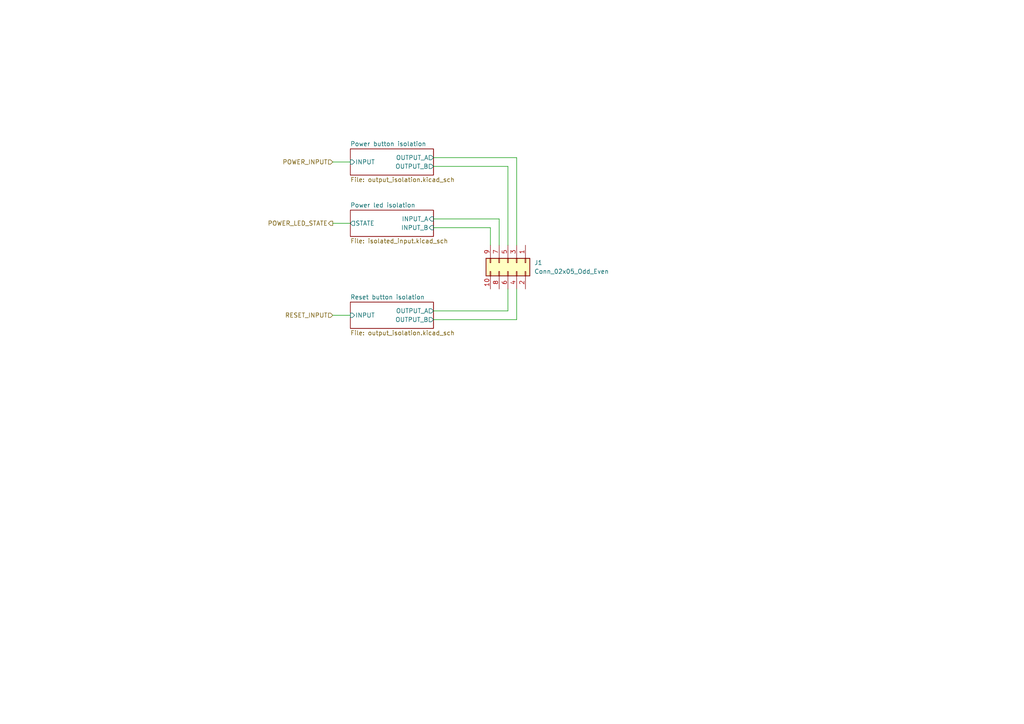
<source format=kicad_sch>
(kicad_sch (version 20231120) (generator "eeschema") (generator_version "8.0")
  (paper "A4")
  (lib_symbols
    (symbol "Connector_Generic:Conn_02x05_Odd_Even" (pin_names (offset 1.016) hide)
      (property "Reference" "J" (at 1.27 7.62 0))
      (property "Value" "Conn_02x05_Odd_Even" (at 1.27 -7.62 0))
      (symbol "Conn_02x05_Odd_Even_1_1"
        (rectangle (start -1.27 -4.953) (end 0 -5.207) (stroke (width 0.1524)))
        (rectangle (start -1.27 -2.413) (end 0 -2.667) (stroke (width 0.1524)))
        (rectangle (start -1.27 0.127) (end 0 -0.127) (stroke (width 0.1524)))
        (rectangle (start -1.27 2.667) (end 0 2.413) (stroke (width 0.1524)))
        (rectangle (start -1.27 5.207) (end 0 4.953) (stroke (width 0.1524)))
        (rectangle (start -1.27 6.35) (end 3.81 -6.35) (stroke (width 0.254)) (fill (type background)))
        (rectangle (start 3.81 -4.953) (end 2.54 -5.207) (stroke (width 0.1524)))
        (rectangle (start 3.81 -2.413) (end 2.54 -2.667) (stroke (width 0.1524)))
        (rectangle (start 3.81 0.127) (end 2.54 -0.127) (stroke (width 0.1524)))
        (rectangle (start 3.81 2.667) (end 2.54 2.413) (stroke (width 0.1524)))
        (rectangle (start 3.81 5.207) (end 2.54 4.953) (stroke (width 0.1524)))
        (pin passive line (at -5.08 5.08 0) (length 3.81) (name "Pin_1") (number "1"))
        (pin passive line (at 7.62 -5.08 180) (length 3.81) (name "Pin_10") (number "10"))
        (pin passive line (at 7.62 5.08 180) (length 3.81) (name "Pin_2") (number "2"))
        (pin passive line (at -5.08 2.54 0) (length 3.81) (name "Pin_3") (number "3"))
        (pin passive line (at 7.62 2.54 180) (length 3.81) (name "Pin_4") (number "4"))
        (pin passive line (at -5.08 0 0) (length 3.81) (name "Pin_5") (number "5"))
        (pin passive line (at 7.62 0 180) (length 3.81) (name "Pin_6") (number "6"))
        (pin passive line (at -5.08 -2.54 0) (length 3.81) (name "Pin_7") (number "7"))
        (pin passive line (at 7.62 -2.54 180) (length 3.81) (name "Pin_8") (number "8"))
        (pin passive line (at -5.08 -5.08 0) (length 3.81) (name "Pin_9") (number "9"))
      )
    )
  )
  (wire (pts (xy 147.32 48.26) (xy 125.73 48.26)))
  (wire (pts (xy 125.73 45.72) (xy 149.86 45.72)))
  (wire (pts (xy 144.78 63.5) (xy 125.73 63.5)))
  (wire (pts (xy 144.78 71.12) (xy 144.78 63.5)))
  (wire (pts (xy 147.32 90.17) (xy 147.32 83.82)))
  (wire (pts (xy 125.73 92.71) (xy 149.86 92.71)))
  (wire (pts (xy 149.86 45.72) (xy 149.86 71.12)))
  (wire (pts (xy 147.32 71.12) (xy 147.32 48.26)))
  (wire (pts (xy 142.24 66.04) (xy 142.24 71.12)))
  (wire (pts (xy 96.52 64.77) (xy 101.6 64.77)))
  (wire (pts (xy 96.52 46.99) (xy 101.6 46.99)))
  (wire (pts (xy 149.86 92.71) (xy 149.86 83.82)))
  (wire (pts (xy 96.52 91.44) (xy 101.6 91.44)))
  (wire (pts (xy 125.73 66.04) (xy 142.24 66.04)))
  (wire (pts (xy 125.73 90.17) (xy 147.32 90.17)))
  (hierarchical_label "POWER_LED_STATE" (shape output) (at 96.52 64.77 180))
  (hierarchical_label "POWER_INPUT" (shape input) (at 96.52 46.99 180))
  (hierarchical_label "RESET_INPUT" (shape input) (at 96.52 91.44 180))
  (symbol (lib_id "Connector_Generic:Conn_02x05_Odd_Even") (at 147.32 76.2 270) (unit 1)
    (property "Reference" "J1" (at 154.94 76.1999 90) (effects (justify left)))
    (property "Value" "Conn_02x05_Odd_Even" (at 154.94 78.7399 90) (effects (justify left)))
    (property "Footprint" "Connector_IDC:IDC-Header_2x05_P2.54mm_Vertical" (effects (hide yes)))
    (property "Description" "Generic connector, double row, 02x05, odd/even pin numbering scheme (row 1 odd numbers, row 2 even numbers), script generated (kicad-library-utils/schlib/autogen/connector/)" (effects (hide yes)))
  )
  (sheet (at 101.6 43.18) (size 24.13 7.62) (stroke (width 0.1524))
    (property "Sheetname" "Power button isolation" (at 101.6 42.4684 0) (effects (justify left bottom)))
    (property "Sheetfile" "output_isolation.kicad_sch" (at 101.6 51.3846 0) (effects (justify left top)))
    (pin "OUTPUT_A" output (at 125.73 45.72 0))
    (pin "OUTPUT_B" output (at 125.73 48.26 0))
    (pin "INPUT" input (at 101.6 46.99 180))
  )
  (sheet (at 101.6 60.96) (size 24.13 7.62) (stroke (width 0.1524))
    (property "Sheetname" "Power led isolation" (at 101.6 60.2484 0) (effects (justify left bottom)))
    (property "Sheetfile" "isolated_input.kicad_sch" (at 101.6 69.1646 0) (effects (justify left top)))
    (pin "INPUT_A" input (at 125.73 63.5 0))
    (pin "INPUT_B" input (at 125.73 66.04 0))
    (pin "STATE" output (at 101.6 64.77 180))
  )
  (sheet (at 101.6 87.63) (size 24.13 7.62) (stroke (width 0.1524))
    (property "Sheetname" "Reset button isolation" (at 101.6 86.9184 0) (effects (justify left bottom)))
    (property "Sheetfile" "output_isolation.kicad_sch" (at 101.6 95.8346 0) (effects (justify left top)))
    (pin "OUTPUT_A" output (at 125.73 90.17 0))
    (pin "OUTPUT_B" output (at 125.73 92.71 0))
    (pin "INPUT" input (at 101.6 91.44 180))
  )
)
</source>
